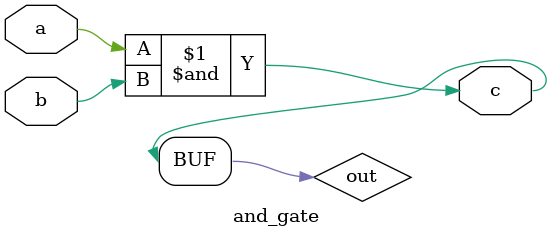
<source format=sv>
module top_module(
	input x,
	input y,
	output z);

	// Define internal signals
	wire a, b;

	// Instantiate logic gates
	and_gate and1(x, y, a);
	and_gate and2(y, x, b);
	and_gate and3(a, b, z);

endmodule
module and_gate(
	input a,
	input b,
	output c);

	// Define internal signal
	wire out;

	// Implement AND gate
	assign out = a & b;

	// Output the result
	assign c = out;

endmodule

</source>
